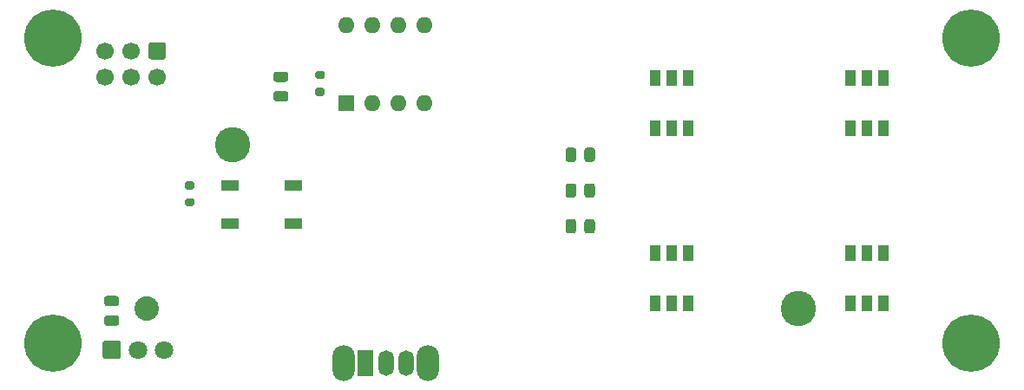
<source format=gbr>
%TF.GenerationSoftware,KiCad,Pcbnew,(5.1.7)-1*%
%TF.CreationDate,2020-11-19T15:51:39+01:00*%
%TF.ProjectId,Notifier,4e6f7469-6669-4657-922e-6b696361645f,rev?*%
%TF.SameCoordinates,Original*%
%TF.FileFunction,Soldermask,Top*%
%TF.FilePolarity,Negative*%
%FSLAX46Y46*%
G04 Gerber Fmt 4.6, Leading zero omitted, Abs format (unit mm)*
G04 Created by KiCad (PCBNEW (5.1.7)-1) date 2020-11-19 15:51:39*
%MOMM*%
%LPD*%
G01*
G04 APERTURE LIST*
%ADD10C,5.600000*%
%ADD11C,2.390000*%
%ADD12C,3.450000*%
%ADD13C,1.800000*%
%ADD14O,2.200000X3.500000*%
%ADD15O,1.500000X2.500000*%
%ADD16R,1.500000X2.500000*%
%ADD17R,1.000000X1.500000*%
%ADD18O,1.600000X1.600000*%
%ADD19R,1.600000X1.600000*%
%ADD20R,1.800000X1.100000*%
%ADD21C,1.700000*%
G04 APERTURE END LIST*
D10*
%TO.C,H4*%
X120015000Y-160020000D03*
%TD*%
%TO.C,H3*%
X120015000Y-130175000D03*
%TD*%
%TO.C,H2*%
X30480000Y-130175000D03*
%TD*%
%TO.C,H1*%
X30480000Y-160020000D03*
%TD*%
%TO.C,C1*%
G36*
G01*
X53180000Y-134490000D02*
X52230000Y-134490000D01*
G75*
G02*
X51980000Y-134240000I0J250000D01*
G01*
X51980000Y-133740000D01*
G75*
G02*
X52230000Y-133490000I250000J0D01*
G01*
X53180000Y-133490000D01*
G75*
G02*
X53430000Y-133740000I0J-250000D01*
G01*
X53430000Y-134240000D01*
G75*
G02*
X53180000Y-134490000I-250000J0D01*
G01*
G37*
G36*
G01*
X53180000Y-136390000D02*
X52230000Y-136390000D01*
G75*
G02*
X51980000Y-136140000I0J250000D01*
G01*
X51980000Y-135640000D01*
G75*
G02*
X52230000Y-135390000I250000J0D01*
G01*
X53180000Y-135390000D01*
G75*
G02*
X53430000Y-135640000I0J-250000D01*
G01*
X53430000Y-136140000D01*
G75*
G02*
X53180000Y-136390000I-250000J0D01*
G01*
G37*
%TD*%
D11*
%TO.C,J1*%
X39635000Y-156590000D03*
D12*
X47965000Y-140590000D03*
X103165000Y-156590000D03*
%TD*%
D13*
%TO.C,U2*%
X41275000Y-160655000D03*
X38735000Y-160655000D03*
G36*
G01*
X35295000Y-161306600D02*
X35295000Y-160003400D01*
G75*
G02*
X35543400Y-159755000I248400J0D01*
G01*
X36846600Y-159755000D01*
G75*
G02*
X37095000Y-160003400I0J-248400D01*
G01*
X37095000Y-161306600D01*
G75*
G02*
X36846600Y-161555000I-248400J0D01*
G01*
X35543400Y-161555000D01*
G75*
G02*
X35295000Y-161306600I0J248400D01*
G01*
G37*
%TD*%
D14*
%TO.C,ON/OFF*%
X67060000Y-161925000D03*
X58860000Y-161925000D03*
D15*
X64960000Y-161925000D03*
X62960000Y-161925000D03*
D16*
X60960000Y-161925000D03*
%TD*%
D17*
%TO.C,D1*%
X92405000Y-134075000D03*
X90805000Y-134075000D03*
X89205000Y-134075000D03*
X92405000Y-138975000D03*
X90805000Y-138975000D03*
X89205000Y-138975000D03*
%TD*%
%TO.C,D4*%
X108255000Y-156120000D03*
X109855000Y-156120000D03*
X111455000Y-156120000D03*
X108255000Y-151220000D03*
X109855000Y-151220000D03*
X111455000Y-151220000D03*
%TD*%
%TO.C,D2*%
X89205000Y-156120000D03*
X90805000Y-156120000D03*
X92405000Y-156120000D03*
X89205000Y-151220000D03*
X90805000Y-151220000D03*
X92405000Y-151220000D03*
%TD*%
%TO.C,D3*%
X111455000Y-134075000D03*
X109855000Y-134075000D03*
X108255000Y-134075000D03*
X111455000Y-138975000D03*
X109855000Y-138975000D03*
X108255000Y-138975000D03*
%TD*%
D18*
%TO.C,U1*%
X59055000Y-128905000D03*
X66675000Y-136525000D03*
X61595000Y-128905000D03*
X64135000Y-136525000D03*
X64135000Y-128905000D03*
X61595000Y-136525000D03*
X66675000Y-128905000D03*
D19*
X59055000Y-136525000D03*
%TD*%
D20*
%TO.C,SW1*%
X53900000Y-148290000D03*
X47700000Y-148290000D03*
X53900000Y-144590000D03*
X47700000Y-144590000D03*
%TD*%
%TO.C,R_red*%
G36*
G01*
X81515000Y-141154999D02*
X81515000Y-142055001D01*
G75*
G02*
X81265001Y-142305000I-249999J0D01*
G01*
X80739999Y-142305000D01*
G75*
G02*
X80490000Y-142055001I0J249999D01*
G01*
X80490000Y-141154999D01*
G75*
G02*
X80739999Y-140905000I249999J0D01*
G01*
X81265001Y-140905000D01*
G75*
G02*
X81515000Y-141154999I0J-249999D01*
G01*
G37*
G36*
G01*
X83340000Y-141154999D02*
X83340000Y-142055001D01*
G75*
G02*
X83090001Y-142305000I-249999J0D01*
G01*
X82564999Y-142305000D01*
G75*
G02*
X82315000Y-142055001I0J249999D01*
G01*
X82315000Y-141154999D01*
G75*
G02*
X82564999Y-140905000I249999J0D01*
G01*
X83090001Y-140905000D01*
G75*
G02*
X83340000Y-141154999I0J-249999D01*
G01*
G37*
%TD*%
%TO.C,R_pu*%
G36*
G01*
X56240000Y-135045000D02*
X56790000Y-135045000D01*
G75*
G02*
X56990000Y-135245000I0J-200000D01*
G01*
X56990000Y-135645000D01*
G75*
G02*
X56790000Y-135845000I-200000J0D01*
G01*
X56240000Y-135845000D01*
G75*
G02*
X56040000Y-135645000I0J200000D01*
G01*
X56040000Y-135245000D01*
G75*
G02*
X56240000Y-135045000I200000J0D01*
G01*
G37*
G36*
G01*
X56240000Y-133395000D02*
X56790000Y-133395000D01*
G75*
G02*
X56990000Y-133595000I0J-200000D01*
G01*
X56990000Y-133995000D01*
G75*
G02*
X56790000Y-134195000I-200000J0D01*
G01*
X56240000Y-134195000D01*
G75*
G02*
X56040000Y-133995000I0J200000D01*
G01*
X56040000Y-133595000D01*
G75*
G02*
X56240000Y-133395000I200000J0D01*
G01*
G37*
%TD*%
%TO.C,R_pd*%
G36*
G01*
X43540000Y-145840000D02*
X44090000Y-145840000D01*
G75*
G02*
X44290000Y-146040000I0J-200000D01*
G01*
X44290000Y-146440000D01*
G75*
G02*
X44090000Y-146640000I-200000J0D01*
G01*
X43540000Y-146640000D01*
G75*
G02*
X43340000Y-146440000I0J200000D01*
G01*
X43340000Y-146040000D01*
G75*
G02*
X43540000Y-145840000I200000J0D01*
G01*
G37*
G36*
G01*
X43540000Y-144190000D02*
X44090000Y-144190000D01*
G75*
G02*
X44290000Y-144390000I0J-200000D01*
G01*
X44290000Y-144790000D01*
G75*
G02*
X44090000Y-144990000I-200000J0D01*
G01*
X43540000Y-144990000D01*
G75*
G02*
X43340000Y-144790000I0J200000D01*
G01*
X43340000Y-144390000D01*
G75*
G02*
X43540000Y-144190000I200000J0D01*
G01*
G37*
%TD*%
%TO.C,R_green*%
G36*
G01*
X81515000Y-144647499D02*
X81515000Y-145547501D01*
G75*
G02*
X81265001Y-145797500I-249999J0D01*
G01*
X80739999Y-145797500D01*
G75*
G02*
X80490000Y-145547501I0J249999D01*
G01*
X80490000Y-144647499D01*
G75*
G02*
X80739999Y-144397500I249999J0D01*
G01*
X81265001Y-144397500D01*
G75*
G02*
X81515000Y-144647499I0J-249999D01*
G01*
G37*
G36*
G01*
X83340000Y-144647499D02*
X83340000Y-145547501D01*
G75*
G02*
X83090001Y-145797500I-249999J0D01*
G01*
X82564999Y-145797500D01*
G75*
G02*
X82315000Y-145547501I0J249999D01*
G01*
X82315000Y-144647499D01*
G75*
G02*
X82564999Y-144397500I249999J0D01*
G01*
X83090001Y-144397500D01*
G75*
G02*
X83340000Y-144647499I0J-249999D01*
G01*
G37*
%TD*%
%TO.C,R_blue*%
G36*
G01*
X81515000Y-148139999D02*
X81515000Y-149040001D01*
G75*
G02*
X81265001Y-149290000I-249999J0D01*
G01*
X80739999Y-149290000D01*
G75*
G02*
X80490000Y-149040001I0J249999D01*
G01*
X80490000Y-148139999D01*
G75*
G02*
X80739999Y-147890000I249999J0D01*
G01*
X81265001Y-147890000D01*
G75*
G02*
X81515000Y-148139999I0J-249999D01*
G01*
G37*
G36*
G01*
X83340000Y-148139999D02*
X83340000Y-149040001D01*
G75*
G02*
X83090001Y-149290000I-249999J0D01*
G01*
X82564999Y-149290000D01*
G75*
G02*
X82315000Y-149040001I0J249999D01*
G01*
X82315000Y-148139999D01*
G75*
G02*
X82564999Y-147890000I249999J0D01*
G01*
X83090001Y-147890000D01*
G75*
G02*
X83340000Y-148139999I0J-249999D01*
G01*
G37*
%TD*%
%TO.C,J2*%
G36*
G01*
X40040000Y-130595000D02*
X41240000Y-130595000D01*
G75*
G02*
X41490000Y-130845000I0J-250000D01*
G01*
X41490000Y-132045000D01*
G75*
G02*
X41240000Y-132295000I-250000J0D01*
G01*
X40040000Y-132295000D01*
G75*
G02*
X39790000Y-132045000I0J250000D01*
G01*
X39790000Y-130845000D01*
G75*
G02*
X40040000Y-130595000I250000J0D01*
G01*
G37*
D21*
X38100000Y-131445000D03*
X35560000Y-131445000D03*
X40640000Y-133985000D03*
X38100000Y-133985000D03*
X35560000Y-133985000D03*
%TD*%
%TO.C,C2*%
G36*
G01*
X36670000Y-156395000D02*
X35720000Y-156395000D01*
G75*
G02*
X35470000Y-156145000I0J250000D01*
G01*
X35470000Y-155645000D01*
G75*
G02*
X35720000Y-155395000I250000J0D01*
G01*
X36670000Y-155395000D01*
G75*
G02*
X36920000Y-155645000I0J-250000D01*
G01*
X36920000Y-156145000D01*
G75*
G02*
X36670000Y-156395000I-250000J0D01*
G01*
G37*
G36*
G01*
X36670000Y-158295000D02*
X35720000Y-158295000D01*
G75*
G02*
X35470000Y-158045000I0J250000D01*
G01*
X35470000Y-157545000D01*
G75*
G02*
X35720000Y-157295000I250000J0D01*
G01*
X36670000Y-157295000D01*
G75*
G02*
X36920000Y-157545000I0J-250000D01*
G01*
X36920000Y-158045000D01*
G75*
G02*
X36670000Y-158295000I-250000J0D01*
G01*
G37*
%TD*%
M02*

</source>
